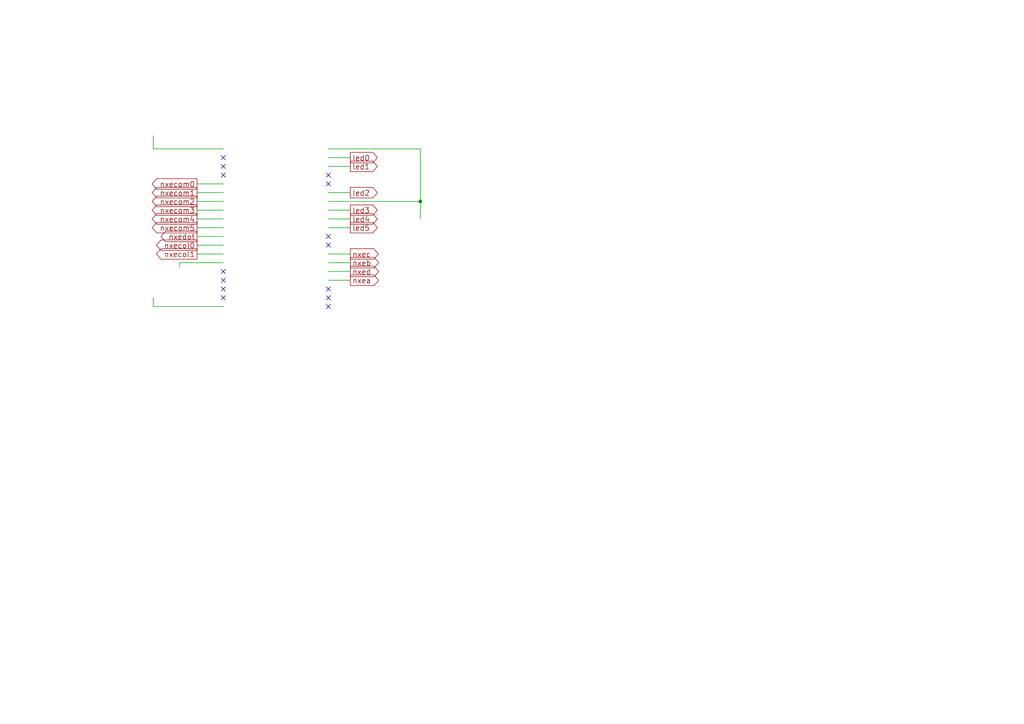
<source format=kicad_sch>
(kicad_sch (version 20211123) (generator eeschema)
  (paper "A4")
  (title_block (title "ESP32") (date "2017-10-16"))
  (lib_symbols)
  (junction (at 121.92 58.42))
  (no_connect (at 95.25 68.58))
  (no_connect (at 95.25 88.9))
  (no_connect (at 64.77 50.8))
  (no_connect (at 64.77 81.28))
  (no_connect (at 95.25 86.36))
  (no_connect (at 64.77 78.74))
  (no_connect (at 95.25 71.12))
  (no_connect (at 64.77 83.82))
  (no_connect (at 95.25 53.34))
  (no_connect (at 64.77 48.26))
  (no_connect (at 64.77 86.36))
  (no_connect (at 64.77 45.72))
  (no_connect (at 95.25 50.8))
  (no_connect (at 95.25 83.82))
  (wire (pts (xy 57.15 68.58) (xy 64.77 68.58)))
  (wire (pts (xy 57.15 66.04) (xy 64.77 66.04)))
  (wire (pts (xy 95.25 73.66) (xy 101.6 73.66)))
  (wire (pts (xy 44.45 43.18) (xy 64.77 43.18)))
  (wire (pts (xy 57.15 53.34) (xy 64.77 53.34)))
  (wire (pts (xy 57.15 58.42) (xy 64.77 58.42)))
  (wire (pts (xy 95.25 66.04) (xy 101.6 66.04)))
  (wire (pts (xy 95.25 58.42) (xy 121.92 58.42)))
  (wire (pts (xy 95.25 63.5) (xy 101.6 63.5)))
  (wire (pts (xy 52.07 76.2) (xy 64.77 76.2)))
  (wire (pts (xy 121.92 58.42) (xy 121.92 63.5)))
  (wire (pts (xy 57.15 63.5) (xy 64.77 63.5)))
  (wire (pts (xy 57.15 73.66) (xy 64.77 73.66)))
  (wire (pts (xy 64.77 88.9) (xy 44.45 88.9)))
  (wire (pts (xy 44.45 88.9) (xy 44.45 86.36)))
  (wire (pts (xy 57.15 71.12) (xy 64.77 71.12)))
  (wire (pts (xy 95.25 45.72) (xy 101.6 45.72)))
  (wire (pts (xy 44.45 39.37) (xy 44.45 43.18)))
  (wire (pts (xy 95.25 60.96) (xy 101.6 60.96)))
  (wire (pts (xy 57.15 60.96) (xy 64.77 60.96)))
  (wire (pts (xy 95.25 48.26) (xy 101.6 48.26)))
  (wire (pts (xy 121.92 43.18) (xy 121.92 58.42)))
  (wire (pts (xy 52.07 77.47) (xy 52.07 76.2)))
  (wire (pts (xy 57.15 55.88) (xy 64.77 55.88)))
  (wire (pts (xy 95.25 78.74) (xy 101.6 78.74)))
  (wire (pts (xy 95.25 55.88) (xy 101.6 55.88)))
  (wire (pts (xy 95.25 76.2) (xy 101.6 76.2)))
  (wire (pts (xy 95.25 43.18) (xy 121.92 43.18)))
  (wire (pts (xy 95.25 81.28) (xy 101.6 81.28)))
  (global_label "led0" (shape output) (at 101.6 45.72 0) (effects (font (size 1.524 1.524))) (property "Intersheet References" "${INTERSHEET_REFS}" (effects hide)))
  (global_label "nxec" (shape output) (at 101.6 73.66 0) (effects (font (size 1.524 1.524))) (property "Intersheet References" "${INTERSHEET_REFS}" (effects hide)))
  (global_label "led1" (shape output) (at 101.6 48.26 0) (effects (font (size 1.524 1.524))) (property "Intersheet References" "${INTERSHEET_REFS}" (effects hide)))
  (global_label "nxedot" (shape output) (at 57.15 68.58 180) (effects (font (size 1.524 1.524))) (property "Intersheet References" "${INTERSHEET_REFS}" (effects hide)))
  (global_label "led5" (shape output) (at 101.6 66.04 0) (effects (font (size 1.524 1.524))) (property "Intersheet References" "${INTERSHEET_REFS}" (effects hide)))
  (global_label "nxeb" (shape output) (at 101.6 76.2 0) (effects (font (size 1.524 1.524))) (property "Intersheet References" "${INTERSHEET_REFS}" (effects hide)))
  (global_label "nxecol0" (shape output) (at 57.15 71.12 180) (effects (font (size 1.524 1.524))) (property "Intersheet References" "${INTERSHEET_REFS}" (effects hide)))
  (global_label "nxecom0" (shape output) (at 57.15 53.34 180) (effects (font (size 1.524 1.524))) (property "Intersheet References" "${INTERSHEET_REFS}" (effects hide)))
  (global_label "nxecom1" (shape output) (at 57.15 55.88 180) (effects (font (size 1.524 1.524))) (property "Intersheet References" "${INTERSHEET_REFS}" (effects hide)))
  (global_label "nxecom4" (shape output) (at 57.15 63.5 180) (effects (font (size 1.524 1.524))) (property "Intersheet References" "${INTERSHEET_REFS}" (effects hide)))
  (global_label "nxed" (shape output) (at 101.6 78.74 0) (effects (font (size 1.524 1.524))) (property "Intersheet References" "${INTERSHEET_REFS}" (effects hide)))
  (global_label "nxecom3" (shape output) (at 57.15 60.96 180) (effects (font (size 1.524 1.524))) (property "Intersheet References" "${INTERSHEET_REFS}" (effects hide)))
  (global_label "led4" (shape output) (at 101.6 63.5 0) (effects (font (size 1.524 1.524))) (property "Intersheet References" "${INTERSHEET_REFS}" (effects hide)))
  (global_label "nxecom5" (shape output) (at 57.15 66.04 180) (effects (font (size 1.524 1.524))) (property "Intersheet References" "${INTERSHEET_REFS}" (effects hide)))
  (global_label "led2" (shape output) (at 101.6 55.88 0) (effects (font (size 1.524 1.524))) (property "Intersheet References" "${INTERSHEET_REFS}" (effects hide)))
  (global_label "led3" (shape output) (at 101.6 60.96 0) (effects (font (size 1.524 1.524))) (property "Intersheet References" "${INTERSHEET_REFS}" (effects hide)))
  (global_label "nxecom2" (shape output) (at 57.15 58.42 180) (effects (font (size 1.524 1.524))) (property "Intersheet References" "${INTERSHEET_REFS}" (effects hide)))
  (global_label "nxea" (shape output) (at 101.6 81.28 0) (effects (font (size 1.524 1.524))) (property "Intersheet References" "${INTERSHEET_REFS}" (effects hide)))
  (global_label "nxecol1" (shape output) (at 57.15 73.66 180) (effects (font (size 1.524 1.524))) (property "Intersheet References" "${INTERSHEET_REFS}" (effects hide)))
  (symbol (lib_id "ESP32-DevKitC") (at 69.85 41.91 0) (unit 1)
    (property "Reference" "U1" (at 80.01 92.71 0) (effects (font (size 1.524 1.524))))
  )
  (symbol (lib_id "+5V") (at 44.45 86.36 0) (unit 1)
    (property "Reference" "#PWR01" (effects hide))
  )
  (symbol (lib_id "GND") (at 121.92 63.5 0) (unit 1)
    (property "Reference" "#PWR02" (effects hide))
  )
  (symbol (lib_id "+3.3V") (at 44.45 39.37 0) (unit 1)
    (property "Reference" "#PWR03" (effects hide))
  )
  (symbol (lib_id "GND") (at 52.07 77.47 0) (unit 1)
    (property "Reference" "#PWR04" (effects hide))
  )
)
</source>
